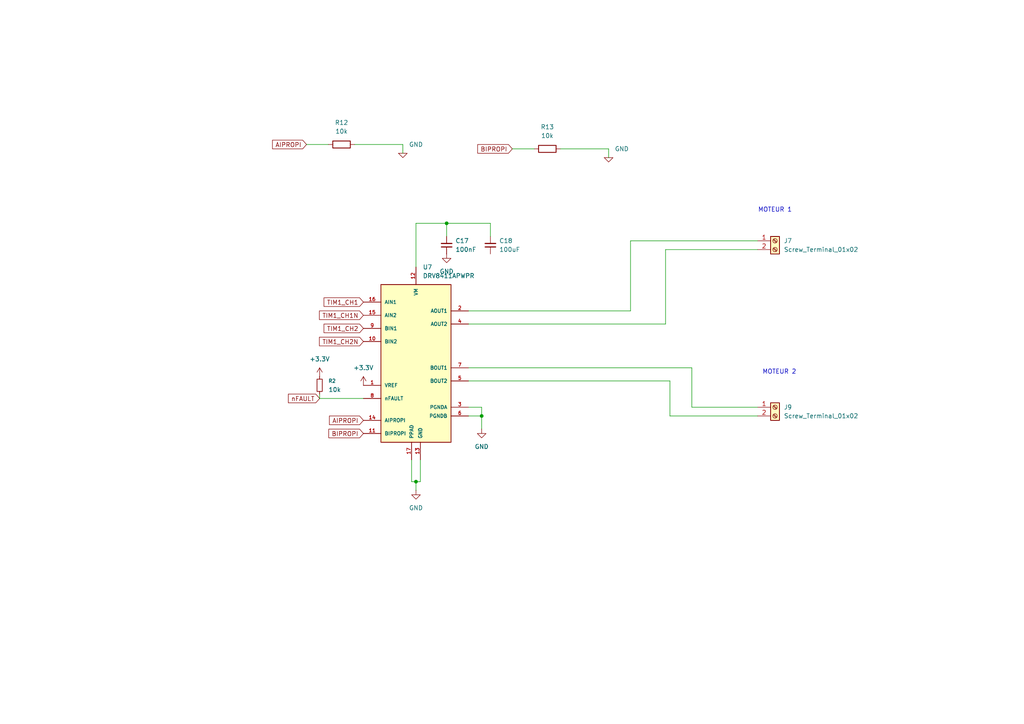
<source format=kicad_sch>
(kicad_sch (version 20250114) (generator "eeschema") (generator_version "9.0")
  (paper "A4")
  (lib_symbols
    (symbol "Connector:Screw_Terminal_01x02" (pin_names (offset 1.016) (hide yes))
      (property "Reference" "J" (at 0 2.54 0))
      (property "Value" "Screw_Terminal_01x02" (at 0 -5.08 0))
      (symbol "Screw_Terminal_01x02_1_1"
        (rectangle (start -1.27 1.27) (end 1.27 -3.81) (stroke (width 0.254)) (fill (type background)))
        (polyline (pts (xy -0.5334 0.3302) (xy 0.3302 -0.508)) (stroke (width 0.1524)))
        (polyline (pts (xy -0.5334 -2.2098) (xy 0.3302 -3.048)) (stroke (width 0.1524)))
        (polyline (pts (xy -0.3556 0.508) (xy 0.508 -0.3302)) (stroke (width 0.1524)))
        (polyline (pts (xy -0.3556 -2.032) (xy 0.508 -2.8702)) (stroke (width 0.1524)))
        (circle (center 0 0) (radius 0.635) (stroke (width 0.1524)))
        (circle (center 0 -2.54) (radius 0.635) (stroke (width 0.1524)))
        (pin passive line (at -5.08 0 0) (length 3.81) (name "Pin_1") (number "1"))
        (pin passive line (at -5.08 -2.54 0) (length 3.81) (name "Pin_2") (number "2"))
      )
    )
    (symbol "DRV8411APWPR:DRV8411APWPR" (pin_names (offset 1.016))
      (property "Reference" "U" (at -10.16 25.4 0))
      (property "Value" "DRV8411APWPR" (at -10.16 -25.4 0))
      (symbol "DRV8411APWPR_0_0"
        (rectangle (start -10.16 22.86) (end 10.16 -22.86) (stroke (width 0.254)) (fill (type background)))
        (pin input line (at -15.24 17.78 0) (length 5.08) (name "AIN1") (number "16"))
        (pin input line (at -15.24 13.97 0) (length 5.08) (name "AIN2") (number "15"))
        (pin input line (at -15.24 10.16 0) (length 5.08) (name "BIN1") (number "9"))
        (pin input line (at -15.24 6.35 0) (length 5.08) (name "BIN2") (number "10"))
        (pin power_in line (at -15.24 -6.35 0) (length 5.08) (name "VREF") (number "1"))
        (pin output line (at -15.24 -16.51 0) (length 5.08) (name "AIPROPI") (number "14"))
        (pin output line (at -15.24 -20.32 0) (length 5.08) (name "BIPROPI") (number "11"))
        (pin power_in line (at 0 27.94 270) (length 5.08) (name "VM") (number "12"))
        (pin output line (at 15.24 15.24 180) (length 5.08) (name "AOUT1") (number "2"))
        (pin output line (at 15.24 11.43 180) (length 5.08) (name "AOUT2") (number "4"))
        (pin output line (at 15.24 -1.27 180) (length 5.08) (name "BOUT1") (number "7"))
        (pin output line (at 15.24 -5.08 180) (length 5.08) (name "BOUT2") (number "5"))
        (pin power_in line (at 15.24 -12.7 180) (length 5.08) (name "PGNDA") (number "3"))
        (pin power_in line (at 15.24 -15.24 180) (length 5.08) (name "PGNDB") (number "6"))
      )
      (symbol "DRV8411APWPR_1_0"
        (pin output line (at -15.24 -10.16 0) (length 5.08) (name "nFAULT") (number "8"))
        (pin passive line (at -1.27 -27.94 90) (length 5.08) (name "PPAD") (number "17"))
        (pin passive line (at 1.27 -27.94 90) (length 5.08) (name "GND") (number "13"))
      )
    )
    (symbol "Device:C_Small" (pin_numbers (hide yes)) (pin_names (offset 0.254) (hide yes))
      (property "Reference" "C" (at 0.254 1.778 0))
      (property "Value" "C_Small" (at 0.254 -2.032 0))
      (symbol "C_Small_0_1"
        (polyline (pts (xy -1.524 0.508) (xy 1.524 0.508)) (stroke (width 0.3048)))
        (polyline (pts (xy -1.524 -0.508) (xy 1.524 -0.508)) (stroke (width 0.3302)))
      )
      (symbol "C_Small_1_1"
        (pin passive line (at 0 2.54 270) (length 2.032) (name "~") (number "1"))
        (pin passive line (at 0 -2.54 90) (length 2.032) (name "~") (number "2"))
      )
    )
    (symbol "Device:R" (pin_numbers (hide yes)) (pin_names (offset 0))
      (property "Reference" "R" (at 2.032 0 90))
      (property "Value" "R" (at 0 0 90))
      (symbol "R_0_1"
        (rectangle (start -1.016 -2.54) (end 1.016 2.54) (stroke (width 0.254)))
      )
      (symbol "R_1_1"
        (pin passive line (at 0 3.81 270) (length 1.27) (name "~") (number "1"))
        (pin passive line (at 0 -3.81 90) (length 1.27) (name "~") (number "2"))
      )
    )
    (symbol "Device:R_Small" (pin_numbers (hide yes)) (pin_names (offset 0.254) (hide yes))
      (property "Reference" "R" (at 0 0 90))
      (property "Value" "R_Small" (at 1.778 0 90))
      (symbol "R_Small_0_1"
        (rectangle (start -0.762 1.778) (end 0.762 -1.778) (stroke (width 0.2032)))
      )
      (symbol "R_Small_1_1"
        (pin passive line (at 0 2.54 270) (length 0.762) (name "~") (number "1"))
        (pin passive line (at 0 -2.54 90) (length 0.762) (name "~") (number "2"))
      )
    )
    (symbol "Simulation_SPICE:0" (power) (pin_numbers (hide yes)) (pin_names (offset 0) (hide yes))
      (property "Value" "0" (at 0 -2.54 0))
      (symbol "0_0_1"
        (polyline (pts (xy -1.27 0) (xy 0 -1.27) (xy 1.27 0) (xy -1.27 0)))
      )
      (symbol "0_1_1"
        (pin power_in line (at 0 0 0) (length 0) (name "~") (number "1"))
      )
    )
    (symbol "power:+3.3V" (power) (pin_numbers (hide yes)) (pin_names (offset 0) (hide yes))
      (property "Value" "+3.3V" (at 0 3.556 0))
      (symbol "+3.3V_0_1"
        (polyline (pts (xy -0.762 1.27) (xy 0 2.54)))
        (polyline (pts (xy 0 2.54) (xy 0.762 1.27)))
        (polyline (pts (xy 0 0) (xy 0 2.54)))
      )
      (symbol "+3.3V_1_1"
        (pin power_in line (at 0 0 90) (length 0) (name "~") (number "1"))
      )
    )
    (symbol "power:GND" (power) (pin_numbers (hide yes)) (pin_names (offset 0) (hide yes))
      (property "Value" "GND" (at 0 -3.81 0))
      (symbol "GND_0_1"
        (polyline (pts (xy 0 0) (xy 0 -1.27) (xy 1.27 -1.27) (xy 0 -2.54) (xy -1.27 -1.27) (xy 0 -1.27)))
      )
      (symbol "GND_1_1"
        (pin power_in line (at 0 0 270) (length 0) (name "~") (number "1"))
      )
    )
  )
  (text "MOTEUR 1\n" (at 224.79 60.96 0) (effects (font (size 1.27 1.27))))
  (text "MOTEUR 2" (at 226.06 107.95 0) (effects (font (size 1.27 1.27))))
  (junction (at 129.54 64.77))
  (junction (at 120.65 139.7))
  (junction (at 139.7 120.65))
  (wire (pts (xy 135.89 90.17) (xy 182.88 90.17)))
  (wire (pts (xy 120.65 139.7) (xy 120.65 142.24)))
  (wire (pts (xy 135.89 106.68) (xy 200.66 106.68)))
  (wire (pts (xy 135.89 118.11) (xy 139.7 118.11)))
  (wire (pts (xy 193.04 72.39) (xy 193.04 93.98)))
  (wire (pts (xy 120.65 139.7) (xy 121.92 139.7)))
  (wire (pts (xy 194.31 120.65) (xy 219.71 120.65)))
  (wire (pts (xy 129.54 64.77) (xy 129.54 68.58)))
  (wire (pts (xy 200.66 118.11) (xy 200.66 106.68)))
  (wire (pts (xy 129.54 64.77) (xy 142.24 64.77)))
  (wire (pts (xy 135.89 120.65) (xy 139.7 120.65)))
  (wire (pts (xy 142.24 64.77) (xy 142.24 68.58)))
  (wire (pts (xy 200.66 118.11) (xy 219.71 118.11)))
  (wire (pts (xy 162.56 43.18) (xy 176.53 43.18)))
  (wire (pts (xy 194.31 110.49) (xy 194.31 120.65)))
  (wire (pts (xy 119.38 133.35) (xy 119.38 139.7)))
  (wire (pts (xy 121.92 133.35) (xy 121.92 139.7)))
  (wire (pts (xy 176.53 43.18) (xy 176.53 45.72)))
  (wire (pts (xy 119.38 139.7) (xy 120.65 139.7)))
  (wire (pts (xy 120.65 77.47) (xy 120.65 64.77)))
  (wire (pts (xy 135.89 93.98) (xy 193.04 93.98)))
  (wire (pts (xy 193.04 72.39) (xy 219.71 72.39)))
  (wire (pts (xy 88.9 41.91) (xy 95.25 41.91)))
  (wire (pts (xy 92.71 115.57) (xy 92.71 114.3)))
  (wire (pts (xy 182.88 69.85) (xy 182.88 90.17)))
  (wire (pts (xy 102.87 41.91) (xy 116.84 41.91)))
  (wire (pts (xy 148.59 43.18) (xy 154.94 43.18)))
  (wire (pts (xy 135.89 110.49) (xy 194.31 110.49)))
  (wire (pts (xy 139.7 120.65) (xy 139.7 124.46)))
  (wire (pts (xy 120.65 64.77) (xy 129.54 64.77)))
  (wire (pts (xy 139.7 118.11) (xy 139.7 120.65)))
  (wire (pts (xy 105.41 115.57) (xy 92.71 115.57)))
  (wire (pts (xy 182.88 69.85) (xy 219.71 69.85)))
  (wire (pts (xy 116.84 41.91) (xy 116.84 44.45)))
  (global_label "TIM1_CH2N" (shape input) (at 105.41 99.06 180) (property "Intersheetrefs" "${INTERSHEET_REFS}" (effects (hide yes))))
  (global_label "TIM1_CH2" (shape input) (at 105.41 95.25 180) (property "Intersheetrefs" "${INTERSHEET_REFS}" (effects (hide yes))))
  (global_label "BIPROPI" (shape input) (at 105.41 125.73 180) (property "Intersheetrefs" "${INTERSHEET_REFS}" (effects (hide yes))))
  (global_label "AIPROPI" (shape input) (at 105.41 121.92 180) (property "Intersheetrefs" "${INTERSHEET_REFS}" (effects (hide yes))))
  (global_label "BIPROPI" (shape input) (at 148.59 43.18 180) (property "Intersheetrefs" "${INTERSHEET_REFS}" (effects (hide yes))))
  (global_label "TIM1_CH1N" (shape input) (at 105.41 91.44 180) (property "Intersheetrefs" "${INTERSHEET_REFS}" (effects (hide yes))))
  (global_label "nFAULT" (shape input) (at 92.71 115.57 180) (property "Intersheetrefs" "${INTERSHEET_REFS}" (effects (hide yes))))
  (global_label "TIM1_CH1" (shape input) (at 105.41 87.63 180) (property "Intersheetrefs" "${INTERSHEET_REFS}" (effects (hide yes))))
  (global_label "AIPROPI" (shape input) (at 88.9 41.91 180) (property "Intersheetrefs" "${INTERSHEET_REFS}" (effects (hide yes))))
  (symbol (lib_id "Device:R") (at 158.75 43.18 90) (unit 1)
    (property "Reference" "R13" (at 158.75 36.83 90))
    (property "Value" "10k" (at 158.75 39.37 90))
    (property "Footprint" "Resistor_SMD:R_0805_2012Metric_Pad1.20x1.40mm_HandSolder" (effects (hide yes)))
    (property "Description" "Resistor" (effects (hide yes)))
  )
  (symbol (lib_id "Connector:Screw_Terminal_01x02") (at 224.79 69.85 0) (unit 1)
    (property "Reference" "J7" (at 227.33 69.8499 0) (effects (justify left)))
    (property "Value" "Screw_Terminal_01x02" (at 227.33 72.3899 0) (effects (justify left)))
    (property "Footprint" "TerminalBlock_Phoenix:TerminalBlock_Phoenix_MKDS-1,5-2-5.08_1x02_P5.08mm_Horizontal" (effects (hide yes)))
    (property "Description" "Generic screw terminal, single row, 01x02, script generated (kicad-library-utils/schlib/autogen/connector/)" (effects (hide yes)))
  )
  (symbol (lib_id "Device:R") (at 99.06 41.91 90) (unit 1)
    (property "Reference" "R12" (at 99.06 35.56 90))
    (property "Value" "10k" (at 99.06 38.1 90))
    (property "Footprint" "Resistor_SMD:R_0805_2012Metric_Pad1.20x1.40mm_HandSolder" (effects (hide yes)))
    (property "Description" "Resistor" (effects (hide yes)))
  )
  (symbol (lib_id "power:+3.3V") (at 92.71 109.22 0) (unit 1)
    (property "Reference" "#PWR033" (effects (hide yes)))
    (property "Value" "+3.3V" (at 92.71 104.14 0))
    (property "Description" "Power symbol creates a global label with name \"+3.3V\"" (effects (hide yes)))
  )
  (symbol (lib_id "power:+3.3V") (at 105.41 111.76 0) (unit 1)
    (property "Reference" "#PWR031" (effects (hide yes)))
    (property "Value" "+3.3V" (at 105.41 106.68 0))
    (property "Description" "Power symbol creates a global label with name \"+3.3V\"" (effects (hide yes)))
  )
  (symbol (lib_id "Device:R_Small") (at 92.71 111.76 0) (unit 1)
    (property "Reference" "R2" (at 95.25 110.4899 0) (effects (font (size 1.016 1.016)) (justify left)))
    (property "Value" "10k" (at 95.25 113.0299 0) (effects (justify left)))
    (property "Description" "Resistor, small symbol" (effects (hide yes)))
  )
  (symbol (lib_id "Device:C_Small") (at 129.54 71.12 180) (unit 1)
    (property "Reference" "C17" (at 132.08 69.8435 0) (effects (justify right)))
    (property "Value" "100nF" (at 132.08 72.3835 0) (effects (justify right)))
    (property "Description" "Unpolarized capacitor, small symbol" (effects (hide yes)))
  )
  (symbol (lib_id "power:GND") (at 129.54 73.66 0) (unit 1)
    (property "Reference" "#PWR08" (effects (hide yes)))
    (property "Value" "GND" (at 129.54 78.74 0))
    (property "Description" "Power symbol creates a global label with name \"GND\" , ground" (effects (hide yes)))
  )
  (symbol (lib_id "Simulation_SPICE:0") (at 116.84 44.45 0) (unit 1)
    (property "Reference" "#GND015" (effects (hide yes)))
    (property "Value" "GND" (at 120.65 41.91 0))
    (property "Datasheet" "https://ngspice.sourceforge.io/docs/ngspice-html-manual/manual.xhtml#subsec_Circuit_elements__device" (effects (hide yes)))
    (property "Description" "0V reference potential for simulation" (effects (hide yes)))
  )
  (symbol (lib_id "Device:C_Small") (at 142.24 71.12 180) (unit 1)
    (property "Reference" "C18" (at 144.78 69.8435 0) (effects (justify right)))
    (property "Value" "100uF" (at 144.78 72.3835 0) (effects (justify right)))
    (property "Description" "Unpolarized capacitor, small symbol" (effects (hide yes)))
  )
  (symbol (lib_id "power:GND") (at 139.7 124.46 0) (unit 1)
    (property "Reference" "#PWR030" (effects (hide yes)))
    (property "Value" "GND" (at 139.7 129.54 0))
    (property "Description" "Power symbol creates a global label with name \"GND\" , ground" (effects (hide yes)))
  )
  (symbol (lib_id "Simulation_SPICE:0") (at 176.53 45.72 0) (unit 1)
    (property "Reference" "#GND016" (effects (hide yes)))
    (property "Value" "GND" (at 180.34 43.18 0))
    (property "Datasheet" "https://ngspice.sourceforge.io/docs/ngspice-html-manual/manual.xhtml#subsec_Circuit_elements__device" (effects (hide yes)))
    (property "Description" "0V reference potential for simulation" (effects (hide yes)))
  )
  (symbol (lib_id "power:GND") (at 120.65 142.24 0) (unit 1)
    (property "Reference" "#PWR032" (effects (hide yes)))
    (property "Value" "GND" (at 120.65 147.32 0))
    (property "Description" "Power symbol creates a global label with name \"GND\" , ground" (effects (hide yes)))
  )
  (symbol (lib_id "Connector:Screw_Terminal_01x02") (at 224.79 118.11 0) (unit 1)
    (property "Reference" "J9" (at 227.33 118.1099 0) (effects (justify left)))
    (property "Value" "Screw_Terminal_01x02" (at 227.33 120.6499 0) (effects (justify left)))
    (property "Footprint" "TerminalBlock_Phoenix:TerminalBlock_Phoenix_MKDS-1,5-2-5.08_1x02_P5.08mm_Horizontal" (effects (hide yes)))
    (property "Description" "Generic screw terminal, single row, 01x02, script generated (kicad-library-utils/schlib/autogen/connector/)" (effects (hide yes)))
  )
  (symbol (lib_id "DRV8411APWPR:DRV8411APWPR") (at 120.65 105.41 0) (unit 1)
    (property "Reference" "U7" (at 122.6186 77.47 0) (effects (justify left)))
    (property "Value" "DRV8411APWPR" (at 122.6186 80.01 0) (effects (justify left)))
    (property "Footprint" "DRV8411APWPR:IC_DRV8411APWPR" (effects (hide yes)))
    (property "DigiKey_Part_Number" "296-DRV8411APWPRCT-ND" (effects (hide yes)))
    (property "SnapEDA_Link" "https://www.snapeda.com/parts/DRV8411APWPR/Texas+Instruments/view-part/?ref=snap" (effects (hide yes)))
    (property "MAXIMUM_PACKAGE_HEIGHT" "1.20mm" (effects (hide yes)))
    (property "Package" "TSSOP-16 MICROSS/On Semiconductor" (effects (hide yes)))
    (property "Check_prices" "https://www.snapeda.com/parts/DRV8411APWPR/Texas+Instruments/view-part/?ref=eda" (effects (hide yes)))
    (property "STANDARD" "Manufacturer Recommendations" (effects (hide yes)))
    (property "PARTREV" "A" (effects (hide yes)))
    (property "MF" "Texas Instruments" (effects (hide yes)))
    (property "MP" "DRV8411APWPR" (effects (hide yes)))
    (property "Description_1" "1.65-V to 11-V, 4-A dual H-bridge motor driver with IPROPI current regulation" (effects (hide yes)))
    (property "MANUFACTURER" "Texas Instruments" (effects (hide yes)))
  )
)
</source>
